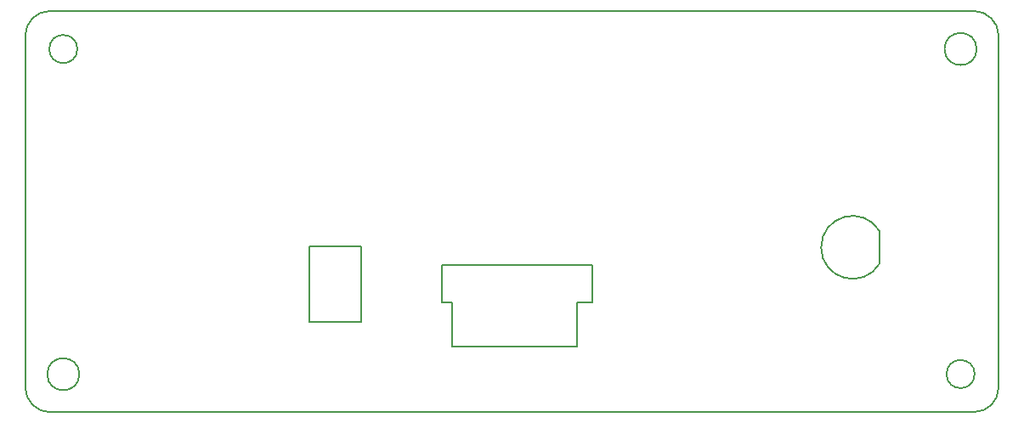
<source format=gko>
G04 #@! TF.FileFunction,Profile,NP*
%FSLAX46Y46*%
G04 Gerber Fmt 4.6, Leading zero omitted, Abs format (unit mm)*
G04 Created by KiCad (PCBNEW no-bzr-kicad_new3d-viewer) date 07/10/16 17:39:31*
%MOMM*%
%LPD*%
G01*
G04 APERTURE LIST*
%ADD10C,0.150000*%
G04 APERTURE END LIST*
D10*
X86608348Y-62529764D02*
G75*
G03X86608348Y-62529764I-1400000J0D01*
G01*
X81408348Y-61229764D02*
G75*
G02X83908348Y-58729764I2500000J0D01*
G01*
X175908348Y-58729764D02*
X83908348Y-58729764D01*
X175908348Y-58729764D02*
G75*
G02X178408348Y-61229764I0J-2500000D01*
G01*
X83908348Y-98729764D02*
G75*
G02X81408348Y-96229764I0J2500000D01*
G01*
X81408348Y-61229764D02*
X81408348Y-96229764D01*
X175908348Y-98729764D02*
X83908348Y-98729764D01*
X114911900Y-82160340D02*
X114911900Y-89760340D01*
X109711900Y-82160340D02*
X114911900Y-82160340D01*
X109711900Y-89760340D02*
X109711900Y-82160340D01*
X114911900Y-89760340D02*
X109711900Y-89760340D01*
X136411900Y-87760340D02*
X136411900Y-92160340D01*
X137911900Y-87760340D02*
X136411900Y-87760340D01*
X137911900Y-84060340D02*
X137911900Y-87760340D01*
X122911900Y-84060340D02*
X137911900Y-84060340D01*
X122911900Y-87760340D02*
X122911900Y-84060340D01*
X123911900Y-87760340D02*
X122911900Y-87760340D01*
X123911900Y-92160340D02*
X123911900Y-87760340D01*
X136411900Y-92160340D02*
X123911900Y-92160340D01*
X176008348Y-94929764D02*
G75*
G03X176008348Y-94929764I-1400000J0D01*
G01*
X178408348Y-96229764D02*
G75*
G02X175908348Y-98729764I-2500000J0D01*
G01*
X176208348Y-62529764D02*
G75*
G03X176208348Y-62529764I-1600000J0D01*
G01*
X178408348Y-96229764D02*
X178408348Y-61229764D01*
X86806034Y-94944890D02*
G75*
G03X86806034Y-94944890I-1600000J0D01*
G01*
X166561308Y-83880762D02*
G75*
G02X166550000Y-80700000I-2711308J1580762D01*
G01*
X166550000Y-80700000D02*
X166560000Y-83880000D01*
M02*

</source>
